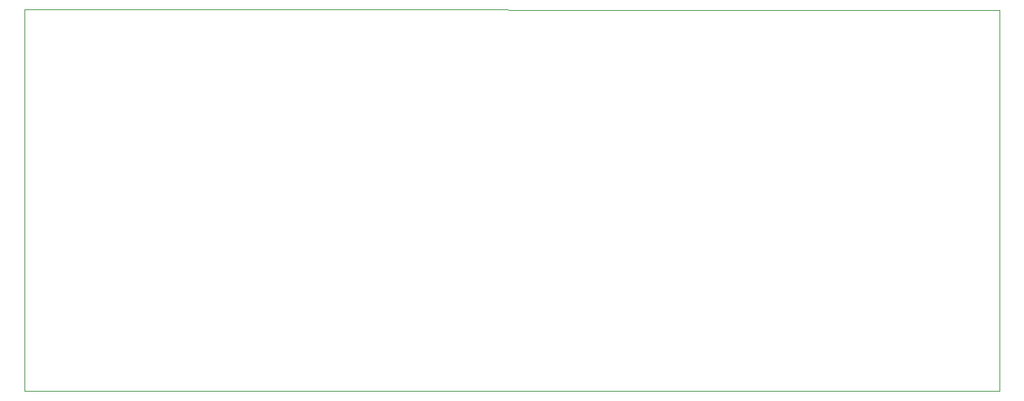
<source format=gbr>
%TF.GenerationSoftware,KiCad,Pcbnew,9.0.4*%
%TF.CreationDate,2025-11-14T09:23:00+05:30*%
%TF.ProjectId,stm32f446re,73746d33-3266-4343-9436-72652e6b6963,rev?*%
%TF.SameCoordinates,Original*%
%TF.FileFunction,Profile,NP*%
%FSLAX46Y46*%
G04 Gerber Fmt 4.6, Leading zero omitted, Abs format (unit mm)*
G04 Created by KiCad (PCBNEW 9.0.4) date 2025-11-14 09:23:00*
%MOMM*%
%LPD*%
G01*
G04 APERTURE LIST*
%TA.AperFunction,Profile*%
%ADD10C,0.050000*%
%TD*%
G04 APERTURE END LIST*
D10*
X179900000Y-44100000D02*
X179900000Y-46100000D01*
X65300000Y-44000000D02*
X179900000Y-44100000D01*
X65300000Y-88900000D02*
X65300000Y-44000000D01*
X179900000Y-88900000D02*
X65300000Y-88900000D01*
X179900000Y-46100000D02*
X179900000Y-88900000D01*
M02*

</source>
